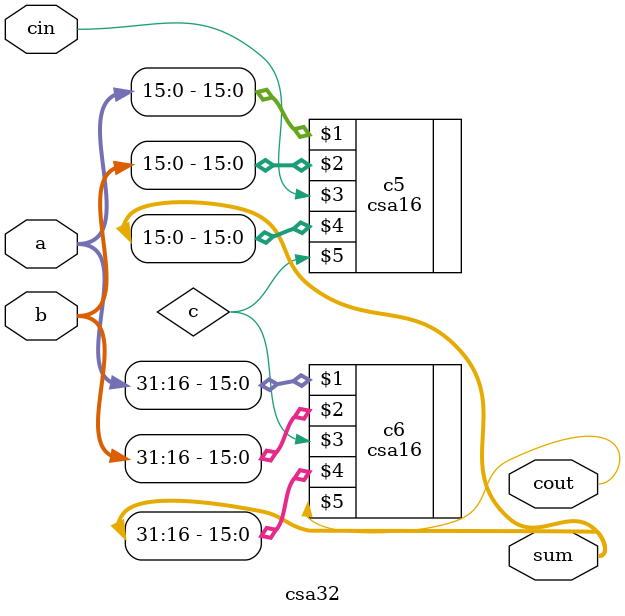
<source format=v>
`timescale 1ns / 1ps

module csa32(input [31:0]a,input [31:0]b,input cin,output [31:0]sum,output cout

    );
wire c;
csa16 c5(a[15:0],b[15:0],cin,sum[15:0],c);
csa16 c6(a[31:16],b[31:16],c,sum[31:16],cout);
endmodule

</source>
